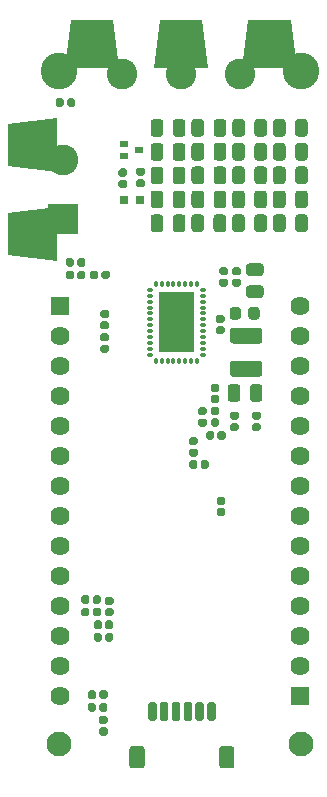
<source format=gts>
G04 #@! TF.GenerationSoftware,KiCad,Pcbnew,(5.1.6-0-10_14)*
G04 #@! TF.CreationDate,2021-05-07T03:20:06+02:00*
G04 #@! TF.ProjectId,ESCv1.1,45534376-312e-4312-9e6b-696361645f70,rev?*
G04 #@! TF.SameCoordinates,Original*
G04 #@! TF.FileFunction,Soldermask,Top*
G04 #@! TF.FilePolarity,Negative*
%FSLAX46Y46*%
G04 Gerber Fmt 4.6, Leading zero omitted, Abs format (unit mm)*
G04 Created by KiCad (PCBNEW (5.1.6-0-10_14)) date 2021-05-07 03:20:06*
%MOMM*%
%LPD*%
G01*
G04 APERTURE LIST*
%ADD10R,0.700000X0.800000*%
%ADD11C,2.600000*%
%ADD12R,1.624000X1.624000*%
%ADD13C,1.624000*%
%ADD14C,2.100000*%
%ADD15C,3.100000*%
%ADD16O,0.600000X0.300000*%
%ADD17O,0.300000X0.600000*%
%ADD18R,1.100000X1.350000*%
%ADD19C,0.700000*%
%ADD20R,2.600000X2.600000*%
%ADD21C,0.100000*%
%ADD22C,0.800000*%
%ADD23R,0.700000X0.600000*%
G04 APERTURE END LIST*
G04 #@! TO.C,R3*
G36*
G01*
X43907900Y-83212700D02*
X44302900Y-83212700D01*
G75*
G02*
X44475400Y-83385200I0J-172500D01*
G01*
X44475400Y-83730200D01*
G75*
G02*
X44302900Y-83902700I-172500J0D01*
G01*
X43907900Y-83902700D01*
G75*
G02*
X43735400Y-83730200I0J172500D01*
G01*
X43735400Y-83385200D01*
G75*
G02*
X43907900Y-83212700I172500J0D01*
G01*
G37*
G36*
G01*
X43907900Y-82242700D02*
X44302900Y-82242700D01*
G75*
G02*
X44475400Y-82415200I0J-172500D01*
G01*
X44475400Y-82760200D01*
G75*
G02*
X44302900Y-82932700I-172500J0D01*
G01*
X43907900Y-82932700D01*
G75*
G02*
X43735400Y-82760200I0J172500D01*
G01*
X43735400Y-82415200D01*
G75*
G02*
X43907900Y-82242700I172500J0D01*
G01*
G37*
G04 #@! TD*
G04 #@! TO.C,C34*
G36*
G01*
X56895400Y-32933950D02*
X56895400Y-31971450D01*
G75*
G02*
X57164150Y-31702700I268750J0D01*
G01*
X57701650Y-31702700D01*
G75*
G02*
X57970400Y-31971450I0J-268750D01*
G01*
X57970400Y-32933950D01*
G75*
G02*
X57701650Y-33202700I-268750J0D01*
G01*
X57164150Y-33202700D01*
G75*
G02*
X56895400Y-32933950I0J268750D01*
G01*
G37*
G36*
G01*
X55020400Y-32933950D02*
X55020400Y-31971450D01*
G75*
G02*
X55289150Y-31702700I268750J0D01*
G01*
X55826650Y-31702700D01*
G75*
G02*
X56095400Y-31971450I0J-268750D01*
G01*
X56095400Y-32933950D01*
G75*
G02*
X55826650Y-33202700I-268750J0D01*
G01*
X55289150Y-33202700D01*
G75*
G02*
X55020400Y-32933950I0J268750D01*
G01*
G37*
G04 #@! TD*
G04 #@! TO.C,C33*
G36*
G01*
X56885400Y-36953950D02*
X56885400Y-35991450D01*
G75*
G02*
X57154150Y-35722700I268750J0D01*
G01*
X57691650Y-35722700D01*
G75*
G02*
X57960400Y-35991450I0J-268750D01*
G01*
X57960400Y-36953950D01*
G75*
G02*
X57691650Y-37222700I-268750J0D01*
G01*
X57154150Y-37222700D01*
G75*
G02*
X56885400Y-36953950I0J268750D01*
G01*
G37*
G36*
G01*
X55010400Y-36953950D02*
X55010400Y-35991450D01*
G75*
G02*
X55279150Y-35722700I268750J0D01*
G01*
X55816650Y-35722700D01*
G75*
G02*
X56085400Y-35991450I0J-268750D01*
G01*
X56085400Y-36953950D01*
G75*
G02*
X55816650Y-37222700I-268750J0D01*
G01*
X55279150Y-37222700D01*
G75*
G02*
X55010400Y-36953950I0J268750D01*
G01*
G37*
G04 #@! TD*
G04 #@! TO.C,C32*
G36*
G01*
X56892900Y-34953950D02*
X56892900Y-33991450D01*
G75*
G02*
X57161650Y-33722700I268750J0D01*
G01*
X57699150Y-33722700D01*
G75*
G02*
X57967900Y-33991450I0J-268750D01*
G01*
X57967900Y-34953950D01*
G75*
G02*
X57699150Y-35222700I-268750J0D01*
G01*
X57161650Y-35222700D01*
G75*
G02*
X56892900Y-34953950I0J268750D01*
G01*
G37*
G36*
G01*
X55017900Y-34953950D02*
X55017900Y-33991450D01*
G75*
G02*
X55286650Y-33722700I268750J0D01*
G01*
X55824150Y-33722700D01*
G75*
G02*
X56092900Y-33991450I0J-268750D01*
G01*
X56092900Y-34953950D01*
G75*
G02*
X55824150Y-35222700I-268750J0D01*
G01*
X55286650Y-35222700D01*
G75*
G02*
X55017900Y-34953950I0J268750D01*
G01*
G37*
G04 #@! TD*
G04 #@! TO.C,C31*
G36*
G01*
X56885400Y-38993950D02*
X56885400Y-38031450D01*
G75*
G02*
X57154150Y-37762700I268750J0D01*
G01*
X57691650Y-37762700D01*
G75*
G02*
X57960400Y-38031450I0J-268750D01*
G01*
X57960400Y-38993950D01*
G75*
G02*
X57691650Y-39262700I-268750J0D01*
G01*
X57154150Y-39262700D01*
G75*
G02*
X56885400Y-38993950I0J268750D01*
G01*
G37*
G36*
G01*
X55010400Y-38993950D02*
X55010400Y-38031450D01*
G75*
G02*
X55279150Y-37762700I268750J0D01*
G01*
X55816650Y-37762700D01*
G75*
G02*
X56085400Y-38031450I0J-268750D01*
G01*
X56085400Y-38993950D01*
G75*
G02*
X55816650Y-39262700I-268750J0D01*
G01*
X55279150Y-39262700D01*
G75*
G02*
X55010400Y-38993950I0J268750D01*
G01*
G37*
G04 #@! TD*
G04 #@! TO.C,C30*
G36*
G01*
X52627900Y-40051450D02*
X52627900Y-41013950D01*
G75*
G02*
X52359150Y-41282700I-268750J0D01*
G01*
X51821650Y-41282700D01*
G75*
G02*
X51552900Y-41013950I0J268750D01*
G01*
X51552900Y-40051450D01*
G75*
G02*
X51821650Y-39782700I268750J0D01*
G01*
X52359150Y-39782700D01*
G75*
G02*
X52627900Y-40051450I0J-268750D01*
G01*
G37*
G36*
G01*
X54502900Y-40051450D02*
X54502900Y-41013950D01*
G75*
G02*
X54234150Y-41282700I-268750J0D01*
G01*
X53696650Y-41282700D01*
G75*
G02*
X53427900Y-41013950I0J268750D01*
G01*
X53427900Y-40051450D01*
G75*
G02*
X53696650Y-39782700I268750J0D01*
G01*
X54234150Y-39782700D01*
G75*
G02*
X54502900Y-40051450I0J-268750D01*
G01*
G37*
G04 #@! TD*
G04 #@! TO.C,C29*
G36*
G01*
X49975400Y-36963950D02*
X49975400Y-36001450D01*
G75*
G02*
X50244150Y-35732700I268750J0D01*
G01*
X50781650Y-35732700D01*
G75*
G02*
X51050400Y-36001450I0J-268750D01*
G01*
X51050400Y-36963950D01*
G75*
G02*
X50781650Y-37232700I-268750J0D01*
G01*
X50244150Y-37232700D01*
G75*
G02*
X49975400Y-36963950I0J268750D01*
G01*
G37*
G36*
G01*
X48100400Y-36963950D02*
X48100400Y-36001450D01*
G75*
G02*
X48369150Y-35732700I268750J0D01*
G01*
X48906650Y-35732700D01*
G75*
G02*
X49175400Y-36001450I0J-268750D01*
G01*
X49175400Y-36963950D01*
G75*
G02*
X48906650Y-37232700I-268750J0D01*
G01*
X48369150Y-37232700D01*
G75*
G02*
X48100400Y-36963950I0J268750D01*
G01*
G37*
G04 #@! TD*
G04 #@! TO.C,C28*
G36*
G01*
X56882900Y-41013950D02*
X56882900Y-40051450D01*
G75*
G02*
X57151650Y-39782700I268750J0D01*
G01*
X57689150Y-39782700D01*
G75*
G02*
X57957900Y-40051450I0J-268750D01*
G01*
X57957900Y-41013950D01*
G75*
G02*
X57689150Y-41282700I-268750J0D01*
G01*
X57151650Y-41282700D01*
G75*
G02*
X56882900Y-41013950I0J268750D01*
G01*
G37*
G36*
G01*
X55007900Y-41013950D02*
X55007900Y-40051450D01*
G75*
G02*
X55276650Y-39782700I268750J0D01*
G01*
X55814150Y-39782700D01*
G75*
G02*
X56082900Y-40051450I0J-268750D01*
G01*
X56082900Y-41013950D01*
G75*
G02*
X55814150Y-41282700I-268750J0D01*
G01*
X55276650Y-41282700D01*
G75*
G02*
X55007900Y-41013950I0J268750D01*
G01*
G37*
G04 #@! TD*
G04 #@! TO.C,C27*
G36*
G01*
X52635400Y-38031450D02*
X52635400Y-38993950D01*
G75*
G02*
X52366650Y-39262700I-268750J0D01*
G01*
X51829150Y-39262700D01*
G75*
G02*
X51560400Y-38993950I0J268750D01*
G01*
X51560400Y-38031450D01*
G75*
G02*
X51829150Y-37762700I268750J0D01*
G01*
X52366650Y-37762700D01*
G75*
G02*
X52635400Y-38031450I0J-268750D01*
G01*
G37*
G36*
G01*
X54510400Y-38031450D02*
X54510400Y-38993950D01*
G75*
G02*
X54241650Y-39262700I-268750J0D01*
G01*
X53704150Y-39262700D01*
G75*
G02*
X53435400Y-38993950I0J268750D01*
G01*
X53435400Y-38031450D01*
G75*
G02*
X53704150Y-37762700I268750J0D01*
G01*
X54241650Y-37762700D01*
G75*
G02*
X54510400Y-38031450I0J-268750D01*
G01*
G37*
G04 #@! TD*
G04 #@! TO.C,C26*
G36*
G01*
X49975400Y-41013950D02*
X49975400Y-40051450D01*
G75*
G02*
X50244150Y-39782700I268750J0D01*
G01*
X50781650Y-39782700D01*
G75*
G02*
X51050400Y-40051450I0J-268750D01*
G01*
X51050400Y-41013950D01*
G75*
G02*
X50781650Y-41282700I-268750J0D01*
G01*
X50244150Y-41282700D01*
G75*
G02*
X49975400Y-41013950I0J268750D01*
G01*
G37*
G36*
G01*
X48100400Y-41013950D02*
X48100400Y-40051450D01*
G75*
G02*
X48369150Y-39782700I268750J0D01*
G01*
X48906650Y-39782700D01*
G75*
G02*
X49175400Y-40051450I0J-268750D01*
G01*
X49175400Y-41013950D01*
G75*
G02*
X48906650Y-41282700I-268750J0D01*
G01*
X48369150Y-41282700D01*
G75*
G02*
X48100400Y-41013950I0J268750D01*
G01*
G37*
G04 #@! TD*
G04 #@! TO.C,C25*
G36*
G01*
X49975400Y-32933950D02*
X49975400Y-31971450D01*
G75*
G02*
X50244150Y-31702700I268750J0D01*
G01*
X50781650Y-31702700D01*
G75*
G02*
X51050400Y-31971450I0J-268750D01*
G01*
X51050400Y-32933950D01*
G75*
G02*
X50781650Y-33202700I-268750J0D01*
G01*
X50244150Y-33202700D01*
G75*
G02*
X49975400Y-32933950I0J268750D01*
G01*
G37*
G36*
G01*
X48100400Y-32933950D02*
X48100400Y-31971450D01*
G75*
G02*
X48369150Y-31702700I268750J0D01*
G01*
X48906650Y-31702700D01*
G75*
G02*
X49175400Y-31971450I0J-268750D01*
G01*
X49175400Y-32933950D01*
G75*
G02*
X48906650Y-33202700I-268750J0D01*
G01*
X48369150Y-33202700D01*
G75*
G02*
X48100400Y-32933950I0J268750D01*
G01*
G37*
G04 #@! TD*
G04 #@! TO.C,C24*
G36*
G01*
X52635400Y-35991450D02*
X52635400Y-36953950D01*
G75*
G02*
X52366650Y-37222700I-268750J0D01*
G01*
X51829150Y-37222700D01*
G75*
G02*
X51560400Y-36953950I0J268750D01*
G01*
X51560400Y-35991450D01*
G75*
G02*
X51829150Y-35722700I268750J0D01*
G01*
X52366650Y-35722700D01*
G75*
G02*
X52635400Y-35991450I0J-268750D01*
G01*
G37*
G36*
G01*
X54510400Y-35991450D02*
X54510400Y-36953950D01*
G75*
G02*
X54241650Y-37222700I-268750J0D01*
G01*
X53704150Y-37222700D01*
G75*
G02*
X53435400Y-36953950I0J268750D01*
G01*
X53435400Y-35991450D01*
G75*
G02*
X53704150Y-35722700I268750J0D01*
G01*
X54241650Y-35722700D01*
G75*
G02*
X54510400Y-35991450I0J-268750D01*
G01*
G37*
G04 #@! TD*
G04 #@! TO.C,C23*
G36*
G01*
X52637900Y-33991450D02*
X52637900Y-34953950D01*
G75*
G02*
X52369150Y-35222700I-268750J0D01*
G01*
X51831650Y-35222700D01*
G75*
G02*
X51562900Y-34953950I0J268750D01*
G01*
X51562900Y-33991450D01*
G75*
G02*
X51831650Y-33722700I268750J0D01*
G01*
X52369150Y-33722700D01*
G75*
G02*
X52637900Y-33991450I0J-268750D01*
G01*
G37*
G36*
G01*
X54512900Y-33991450D02*
X54512900Y-34953950D01*
G75*
G02*
X54244150Y-35222700I-268750J0D01*
G01*
X53706650Y-35222700D01*
G75*
G02*
X53437900Y-34953950I0J268750D01*
G01*
X53437900Y-33991450D01*
G75*
G02*
X53706650Y-33722700I268750J0D01*
G01*
X54244150Y-33722700D01*
G75*
G02*
X54512900Y-33991450I0J-268750D01*
G01*
G37*
G04 #@! TD*
G04 #@! TO.C,C22*
G36*
G01*
X49975400Y-34973950D02*
X49975400Y-34011450D01*
G75*
G02*
X50244150Y-33742700I268750J0D01*
G01*
X50781650Y-33742700D01*
G75*
G02*
X51050400Y-34011450I0J-268750D01*
G01*
X51050400Y-34973950D01*
G75*
G02*
X50781650Y-35242700I-268750J0D01*
G01*
X50244150Y-35242700D01*
G75*
G02*
X49975400Y-34973950I0J268750D01*
G01*
G37*
G36*
G01*
X48100400Y-34973950D02*
X48100400Y-34011450D01*
G75*
G02*
X48369150Y-33742700I268750J0D01*
G01*
X48906650Y-33742700D01*
G75*
G02*
X49175400Y-34011450I0J-268750D01*
G01*
X49175400Y-34973950D01*
G75*
G02*
X48906650Y-35242700I-268750J0D01*
G01*
X48369150Y-35242700D01*
G75*
G02*
X48100400Y-34973950I0J268750D01*
G01*
G37*
G04 #@! TD*
G04 #@! TO.C,C21*
G36*
G01*
X59535400Y-35991450D02*
X59535400Y-36953950D01*
G75*
G02*
X59266650Y-37222700I-268750J0D01*
G01*
X58729150Y-37222700D01*
G75*
G02*
X58460400Y-36953950I0J268750D01*
G01*
X58460400Y-35991450D01*
G75*
G02*
X58729150Y-35722700I268750J0D01*
G01*
X59266650Y-35722700D01*
G75*
G02*
X59535400Y-35991450I0J-268750D01*
G01*
G37*
G36*
G01*
X61410400Y-35991450D02*
X61410400Y-36953950D01*
G75*
G02*
X61141650Y-37222700I-268750J0D01*
G01*
X60604150Y-37222700D01*
G75*
G02*
X60335400Y-36953950I0J268750D01*
G01*
X60335400Y-35991450D01*
G75*
G02*
X60604150Y-35722700I268750J0D01*
G01*
X61141650Y-35722700D01*
G75*
G02*
X61410400Y-35991450I0J-268750D01*
G01*
G37*
G04 #@! TD*
G04 #@! TO.C,C20*
G36*
G01*
X52635400Y-31971450D02*
X52635400Y-32933950D01*
G75*
G02*
X52366650Y-33202700I-268750J0D01*
G01*
X51829150Y-33202700D01*
G75*
G02*
X51560400Y-32933950I0J268750D01*
G01*
X51560400Y-31971450D01*
G75*
G02*
X51829150Y-31702700I268750J0D01*
G01*
X52366650Y-31702700D01*
G75*
G02*
X52635400Y-31971450I0J-268750D01*
G01*
G37*
G36*
G01*
X54510400Y-31971450D02*
X54510400Y-32933950D01*
G75*
G02*
X54241650Y-33202700I-268750J0D01*
G01*
X53704150Y-33202700D01*
G75*
G02*
X53435400Y-32933950I0J268750D01*
G01*
X53435400Y-31971450D01*
G75*
G02*
X53704150Y-31702700I268750J0D01*
G01*
X54241650Y-31702700D01*
G75*
G02*
X54510400Y-31971450I0J-268750D01*
G01*
G37*
G04 #@! TD*
G04 #@! TO.C,C19*
G36*
G01*
X49975400Y-38993950D02*
X49975400Y-38031450D01*
G75*
G02*
X50244150Y-37762700I268750J0D01*
G01*
X50781650Y-37762700D01*
G75*
G02*
X51050400Y-38031450I0J-268750D01*
G01*
X51050400Y-38993950D01*
G75*
G02*
X50781650Y-39262700I-268750J0D01*
G01*
X50244150Y-39262700D01*
G75*
G02*
X49975400Y-38993950I0J268750D01*
G01*
G37*
G36*
G01*
X48100400Y-38993950D02*
X48100400Y-38031450D01*
G75*
G02*
X48369150Y-37762700I268750J0D01*
G01*
X48906650Y-37762700D01*
G75*
G02*
X49175400Y-38031450I0J-268750D01*
G01*
X49175400Y-38993950D01*
G75*
G02*
X48906650Y-39262700I-268750J0D01*
G01*
X48369150Y-39262700D01*
G75*
G02*
X48100400Y-38993950I0J268750D01*
G01*
G37*
G04 #@! TD*
G04 #@! TO.C,C18*
G36*
G01*
X59535400Y-33991450D02*
X59535400Y-34953950D01*
G75*
G02*
X59266650Y-35222700I-268750J0D01*
G01*
X58729150Y-35222700D01*
G75*
G02*
X58460400Y-34953950I0J268750D01*
G01*
X58460400Y-33991450D01*
G75*
G02*
X58729150Y-33722700I268750J0D01*
G01*
X59266650Y-33722700D01*
G75*
G02*
X59535400Y-33991450I0J-268750D01*
G01*
G37*
G36*
G01*
X61410400Y-33991450D02*
X61410400Y-34953950D01*
G75*
G02*
X61141650Y-35222700I-268750J0D01*
G01*
X60604150Y-35222700D01*
G75*
G02*
X60335400Y-34953950I0J268750D01*
G01*
X60335400Y-33991450D01*
G75*
G02*
X60604150Y-33722700I268750J0D01*
G01*
X61141650Y-33722700D01*
G75*
G02*
X61410400Y-33991450I0J-268750D01*
G01*
G37*
G04 #@! TD*
G04 #@! TO.C,C17*
G36*
G01*
X59535400Y-40051450D02*
X59535400Y-41013950D01*
G75*
G02*
X59266650Y-41282700I-268750J0D01*
G01*
X58729150Y-41282700D01*
G75*
G02*
X58460400Y-41013950I0J268750D01*
G01*
X58460400Y-40051450D01*
G75*
G02*
X58729150Y-39782700I268750J0D01*
G01*
X59266650Y-39782700D01*
G75*
G02*
X59535400Y-40051450I0J-268750D01*
G01*
G37*
G36*
G01*
X61410400Y-40051450D02*
X61410400Y-41013950D01*
G75*
G02*
X61141650Y-41282700I-268750J0D01*
G01*
X60604150Y-41282700D01*
G75*
G02*
X60335400Y-41013950I0J268750D01*
G01*
X60335400Y-40051450D01*
G75*
G02*
X60604150Y-39782700I268750J0D01*
G01*
X61141650Y-39782700D01*
G75*
G02*
X61410400Y-40051450I0J-268750D01*
G01*
G37*
G04 #@! TD*
G04 #@! TO.C,C16*
G36*
G01*
X59527900Y-31971450D02*
X59527900Y-32933950D01*
G75*
G02*
X59259150Y-33202700I-268750J0D01*
G01*
X58721650Y-33202700D01*
G75*
G02*
X58452900Y-32933950I0J268750D01*
G01*
X58452900Y-31971450D01*
G75*
G02*
X58721650Y-31702700I268750J0D01*
G01*
X59259150Y-31702700D01*
G75*
G02*
X59527900Y-31971450I0J-268750D01*
G01*
G37*
G36*
G01*
X61402900Y-31971450D02*
X61402900Y-32933950D01*
G75*
G02*
X61134150Y-33202700I-268750J0D01*
G01*
X60596650Y-33202700D01*
G75*
G02*
X60327900Y-32933950I0J268750D01*
G01*
X60327900Y-31971450D01*
G75*
G02*
X60596650Y-31702700I268750J0D01*
G01*
X61134150Y-31702700D01*
G75*
G02*
X61402900Y-31971450I0J-268750D01*
G01*
G37*
G04 #@! TD*
G04 #@! TO.C,C15*
G36*
G01*
X59535400Y-38031450D02*
X59535400Y-38993950D01*
G75*
G02*
X59266650Y-39262700I-268750J0D01*
G01*
X58729150Y-39262700D01*
G75*
G02*
X58460400Y-38993950I0J268750D01*
G01*
X58460400Y-38031450D01*
G75*
G02*
X58729150Y-37762700I268750J0D01*
G01*
X59266650Y-37762700D01*
G75*
G02*
X59535400Y-38031450I0J-268750D01*
G01*
G37*
G36*
G01*
X61410400Y-38031450D02*
X61410400Y-38993950D01*
G75*
G02*
X61141650Y-39262700I-268750J0D01*
G01*
X60604150Y-39262700D01*
G75*
G02*
X60335400Y-38993950I0J268750D01*
G01*
X60335400Y-38031450D01*
G75*
G02*
X60604150Y-37762700I268750J0D01*
G01*
X61141650Y-37762700D01*
G75*
G02*
X61410400Y-38031450I0J-268750D01*
G01*
G37*
G04 #@! TD*
D10*
G04 #@! TO.C,D4*
X47235400Y-38562700D03*
X45835400Y-38562700D03*
G04 #@! TD*
D11*
G04 #@! TO.C,J4_2*
X45665380Y-27889200D03*
X50665380Y-27889200D03*
X55665380Y-27889200D03*
G04 #@! TD*
D12*
G04 #@! TO.C,U2*
X60782200Y-80549400D03*
D13*
X60782200Y-78009400D03*
X60782200Y-75469400D03*
X60782200Y-72929400D03*
X60782200Y-70389400D03*
X60782200Y-67849400D03*
X60782200Y-65309400D03*
X60782200Y-62769400D03*
X60782200Y-60229400D03*
X60782200Y-57689400D03*
X60782200Y-55149400D03*
X60782200Y-52609400D03*
X60782200Y-50069400D03*
X60782200Y-47529400D03*
X40462200Y-80549400D03*
X40462200Y-78009400D03*
X40462200Y-75469400D03*
X40462200Y-72929400D03*
X40462200Y-70389400D03*
X40462200Y-67849400D03*
X40462200Y-65309400D03*
X40462200Y-62769400D03*
X40462200Y-60229400D03*
X40462200Y-57689400D03*
X40462200Y-55149400D03*
X40462200Y-52609400D03*
X40462200Y-50069400D03*
D14*
X60872200Y-84659400D03*
X40372200Y-84659400D03*
D15*
X60872200Y-27659400D03*
X40372200Y-27659400D03*
D12*
X40462200Y-47529400D03*
G04 #@! TD*
G04 #@! TO.C,J1*
G36*
G01*
X53905400Y-86416868D02*
X53905400Y-85058532D01*
G75*
G02*
X54176232Y-84787700I270832J0D01*
G01*
X54934568Y-84787700D01*
G75*
G02*
X55205400Y-85058532I0J-270832D01*
G01*
X55205400Y-86416868D01*
G75*
G02*
X54934568Y-86687700I-270832J0D01*
G01*
X54176232Y-86687700D01*
G75*
G02*
X53905400Y-86416868I0J270832D01*
G01*
G37*
G36*
G01*
X46305400Y-86416868D02*
X46305400Y-85058532D01*
G75*
G02*
X46576232Y-84787700I270832J0D01*
G01*
X47334568Y-84787700D01*
G75*
G02*
X47605400Y-85058532I0J-270832D01*
G01*
X47605400Y-86416868D01*
G75*
G02*
X47334568Y-86687700I-270832J0D01*
G01*
X46576232Y-86687700D01*
G75*
G02*
X46305400Y-86416868I0J270832D01*
G01*
G37*
G36*
G01*
X52905400Y-82512700D02*
X52905400Y-81212700D01*
G75*
G02*
X53080400Y-81037700I175000J0D01*
G01*
X53430400Y-81037700D01*
G75*
G02*
X53605400Y-81212700I0J-175000D01*
G01*
X53605400Y-82512700D01*
G75*
G02*
X53430400Y-82687700I-175000J0D01*
G01*
X53080400Y-82687700D01*
G75*
G02*
X52905400Y-82512700I0J175000D01*
G01*
G37*
G36*
G01*
X51905400Y-82512700D02*
X51905400Y-81212700D01*
G75*
G02*
X52080400Y-81037700I175000J0D01*
G01*
X52430400Y-81037700D01*
G75*
G02*
X52605400Y-81212700I0J-175000D01*
G01*
X52605400Y-82512700D01*
G75*
G02*
X52430400Y-82687700I-175000J0D01*
G01*
X52080400Y-82687700D01*
G75*
G02*
X51905400Y-82512700I0J175000D01*
G01*
G37*
G36*
G01*
X50905400Y-82512700D02*
X50905400Y-81212700D01*
G75*
G02*
X51080400Y-81037700I175000J0D01*
G01*
X51430400Y-81037700D01*
G75*
G02*
X51605400Y-81212700I0J-175000D01*
G01*
X51605400Y-82512700D01*
G75*
G02*
X51430400Y-82687700I-175000J0D01*
G01*
X51080400Y-82687700D01*
G75*
G02*
X50905400Y-82512700I0J175000D01*
G01*
G37*
G36*
G01*
X49905400Y-82512700D02*
X49905400Y-81212700D01*
G75*
G02*
X50080400Y-81037700I175000J0D01*
G01*
X50430400Y-81037700D01*
G75*
G02*
X50605400Y-81212700I0J-175000D01*
G01*
X50605400Y-82512700D01*
G75*
G02*
X50430400Y-82687700I-175000J0D01*
G01*
X50080400Y-82687700D01*
G75*
G02*
X49905400Y-82512700I0J175000D01*
G01*
G37*
G36*
G01*
X48905400Y-82512700D02*
X48905400Y-81212700D01*
G75*
G02*
X49080400Y-81037700I175000J0D01*
G01*
X49430400Y-81037700D01*
G75*
G02*
X49605400Y-81212700I0J-175000D01*
G01*
X49605400Y-82512700D01*
G75*
G02*
X49430400Y-82687700I-175000J0D01*
G01*
X49080400Y-82687700D01*
G75*
G02*
X48905400Y-82512700I0J175000D01*
G01*
G37*
G36*
G01*
X47905400Y-82512700D02*
X47905400Y-81212700D01*
G75*
G02*
X48080400Y-81037700I175000J0D01*
G01*
X48430400Y-81037700D01*
G75*
G02*
X48605400Y-81212700I0J-175000D01*
G01*
X48605400Y-82512700D01*
G75*
G02*
X48430400Y-82687700I-175000J0D01*
G01*
X48080400Y-82687700D01*
G75*
G02*
X47905400Y-82512700I0J175000D01*
G01*
G37*
G04 #@! TD*
G04 #@! TO.C,C10*
G36*
G01*
X57406650Y-46867700D02*
X56444150Y-46867700D01*
G75*
G02*
X56175400Y-46598950I0J268750D01*
G01*
X56175400Y-46061450D01*
G75*
G02*
X56444150Y-45792700I268750J0D01*
G01*
X57406650Y-45792700D01*
G75*
G02*
X57675400Y-46061450I0J-268750D01*
G01*
X57675400Y-46598950D01*
G75*
G02*
X57406650Y-46867700I-268750J0D01*
G01*
G37*
G36*
G01*
X57406650Y-44992700D02*
X56444150Y-44992700D01*
G75*
G02*
X56175400Y-44723950I0J268750D01*
G01*
X56175400Y-44186450D01*
G75*
G02*
X56444150Y-43917700I268750J0D01*
G01*
X57406650Y-43917700D01*
G75*
G02*
X57675400Y-44186450I0J-268750D01*
G01*
X57675400Y-44723950D01*
G75*
G02*
X57406650Y-44992700I-268750J0D01*
G01*
G37*
G04 #@! TD*
G04 #@! TO.C,R13*
G36*
G01*
X42231560Y-72597340D02*
X42231560Y-72202340D01*
G75*
G02*
X42404060Y-72029840I172500J0D01*
G01*
X42749060Y-72029840D01*
G75*
G02*
X42921560Y-72202340I0J-172500D01*
G01*
X42921560Y-72597340D01*
G75*
G02*
X42749060Y-72769840I-172500J0D01*
G01*
X42404060Y-72769840D01*
G75*
G02*
X42231560Y-72597340I0J172500D01*
G01*
G37*
G36*
G01*
X43201560Y-72597340D02*
X43201560Y-72202340D01*
G75*
G02*
X43374060Y-72029840I172500J0D01*
G01*
X43719060Y-72029840D01*
G75*
G02*
X43891560Y-72202340I0J-172500D01*
G01*
X43891560Y-72597340D01*
G75*
G02*
X43719060Y-72769840I-172500J0D01*
G01*
X43374060Y-72769840D01*
G75*
G02*
X43201560Y-72597340I0J172500D01*
G01*
G37*
G04 #@! TD*
G04 #@! TO.C,R14*
G36*
G01*
X53857900Y-63682700D02*
X54252900Y-63682700D01*
G75*
G02*
X54425400Y-63855200I0J-172500D01*
G01*
X54425400Y-64200200D01*
G75*
G02*
X54252900Y-64372700I-172500J0D01*
G01*
X53857900Y-64372700D01*
G75*
G02*
X53685400Y-64200200I0J172500D01*
G01*
X53685400Y-63855200D01*
G75*
G02*
X53857900Y-63682700I172500J0D01*
G01*
G37*
G36*
G01*
X53857900Y-64652700D02*
X54252900Y-64652700D01*
G75*
G02*
X54425400Y-64825200I0J-172500D01*
G01*
X54425400Y-65170200D01*
G75*
G02*
X54252900Y-65342700I-172500J0D01*
G01*
X53857900Y-65342700D01*
G75*
G02*
X53685400Y-65170200I0J172500D01*
G01*
X53685400Y-64825200D01*
G75*
G02*
X53857900Y-64652700I172500J0D01*
G01*
G37*
G04 #@! TD*
G04 #@! TO.C,R16*
G36*
G01*
X40932260Y-44039000D02*
X40932260Y-43644000D01*
G75*
G02*
X41104760Y-43471500I172500J0D01*
G01*
X41449760Y-43471500D01*
G75*
G02*
X41622260Y-43644000I0J-172500D01*
G01*
X41622260Y-44039000D01*
G75*
G02*
X41449760Y-44211500I-172500J0D01*
G01*
X41104760Y-44211500D01*
G75*
G02*
X40932260Y-44039000I0J172500D01*
G01*
G37*
G36*
G01*
X41902260Y-44039000D02*
X41902260Y-43644000D01*
G75*
G02*
X42074760Y-43471500I172500J0D01*
G01*
X42419760Y-43471500D01*
G75*
G02*
X42592260Y-43644000I0J-172500D01*
G01*
X42592260Y-44039000D01*
G75*
G02*
X42419760Y-44211500I-172500J0D01*
G01*
X42074760Y-44211500D01*
G75*
G02*
X41902260Y-44039000I0J172500D01*
G01*
G37*
G04 #@! TD*
D16*
G04 #@! TO.C,U1*
X52535560Y-51663280D03*
X52535560Y-51163280D03*
X52535560Y-50663280D03*
X52535560Y-50163280D03*
X52535560Y-49663280D03*
X52535560Y-49163280D03*
X52535560Y-48663280D03*
X52535560Y-48163280D03*
X52535560Y-47663280D03*
X52535560Y-47163280D03*
X52535560Y-46663280D03*
X52535560Y-46163280D03*
D17*
X52035560Y-45663280D03*
X51535560Y-45663280D03*
X51035560Y-45663280D03*
X50535560Y-45663280D03*
X50035560Y-45663280D03*
X49535560Y-45663280D03*
X49035560Y-45663280D03*
X48535560Y-45663280D03*
D16*
X48035560Y-46163280D03*
X48035560Y-46663280D03*
X48035560Y-47163280D03*
X48035560Y-47663280D03*
X48035560Y-48163280D03*
X48035560Y-48663280D03*
X48035560Y-49163280D03*
X48035560Y-49663280D03*
X48035560Y-50163280D03*
X48035560Y-50663280D03*
X48035560Y-51163280D03*
X48035560Y-51663280D03*
D17*
X48535560Y-52163280D03*
X49035560Y-52163280D03*
X49535560Y-52163280D03*
X50035560Y-52163280D03*
X50535560Y-52163280D03*
X51035560Y-52163280D03*
X51535560Y-52163280D03*
X52035560Y-52163280D03*
D18*
X51285560Y-50788280D03*
X51285560Y-49538280D03*
X51285560Y-48288280D03*
X51285560Y-47038280D03*
X50285560Y-50788280D03*
X50285560Y-49538280D03*
X50285560Y-48288280D03*
X50285560Y-47038280D03*
X49285560Y-50788280D03*
X49285560Y-49538280D03*
X49285560Y-48288280D03*
X49285560Y-47038280D03*
D19*
X51285560Y-50788280D03*
X51285560Y-49538280D03*
X51285560Y-48288280D03*
X51285560Y-47038280D03*
X50285560Y-50788280D03*
X50285560Y-49538280D03*
X50285560Y-48288280D03*
X50285560Y-47038280D03*
X49285560Y-50788280D03*
X49285560Y-49538280D03*
X49285560Y-48288280D03*
X49285560Y-47038280D03*
G04 #@! TD*
G04 #@! TO.C,L1*
G36*
G01*
X57296060Y-53523680D02*
X55086060Y-53523680D01*
G75*
G02*
X54816060Y-53253680I0J270000D01*
G01*
X54816060Y-52443680D01*
G75*
G02*
X55086060Y-52173680I270000J0D01*
G01*
X57296060Y-52173680D01*
G75*
G02*
X57566060Y-52443680I0J-270000D01*
G01*
X57566060Y-53253680D01*
G75*
G02*
X57296060Y-53523680I-270000J0D01*
G01*
G37*
G36*
G01*
X57296060Y-50723680D02*
X55086060Y-50723680D01*
G75*
G02*
X54816060Y-50453680I0J270000D01*
G01*
X54816060Y-49643680D01*
G75*
G02*
X55086060Y-49373680I270000J0D01*
G01*
X57296060Y-49373680D01*
G75*
G02*
X57566060Y-49643680I0J-270000D01*
G01*
X57566060Y-50453680D01*
G75*
G02*
X57296060Y-50723680I-270000J0D01*
G01*
G37*
G04 #@! TD*
G04 #@! TO.C,C3*
G36*
G01*
X57577160Y-54421830D02*
X57577160Y-55384330D01*
G75*
G02*
X57308410Y-55653080I-268750J0D01*
G01*
X56770910Y-55653080D01*
G75*
G02*
X56502160Y-55384330I0J268750D01*
G01*
X56502160Y-54421830D01*
G75*
G02*
X56770910Y-54153080I268750J0D01*
G01*
X57308410Y-54153080D01*
G75*
G02*
X57577160Y-54421830I0J-268750D01*
G01*
G37*
G36*
G01*
X55702160Y-54421830D02*
X55702160Y-55384330D01*
G75*
G02*
X55433410Y-55653080I-268750J0D01*
G01*
X54895910Y-55653080D01*
G75*
G02*
X54627160Y-55384330I0J268750D01*
G01*
X54627160Y-54421830D01*
G75*
G02*
X54895910Y-54153080I268750J0D01*
G01*
X55433410Y-54153080D01*
G75*
G02*
X55702160Y-54421830I0J-268750D01*
G01*
G37*
G04 #@! TD*
G04 #@! TO.C,C1*
G36*
G01*
X44027900Y-47862700D02*
X44422900Y-47862700D01*
G75*
G02*
X44595400Y-48035200I0J-172500D01*
G01*
X44595400Y-48380200D01*
G75*
G02*
X44422900Y-48552700I-172500J0D01*
G01*
X44027900Y-48552700D01*
G75*
G02*
X43855400Y-48380200I0J172500D01*
G01*
X43855400Y-48035200D01*
G75*
G02*
X44027900Y-47862700I172500J0D01*
G01*
G37*
G36*
G01*
X44027900Y-48832700D02*
X44422900Y-48832700D01*
G75*
G02*
X44595400Y-49005200I0J-172500D01*
G01*
X44595400Y-49350200D01*
G75*
G02*
X44422900Y-49522700I-172500J0D01*
G01*
X44027900Y-49522700D01*
G75*
G02*
X43855400Y-49350200I0J172500D01*
G01*
X43855400Y-49005200D01*
G75*
G02*
X44027900Y-48832700I172500J0D01*
G01*
G37*
G04 #@! TD*
G04 #@! TO.C,R7*
G36*
G01*
X45557900Y-35892700D02*
X45952900Y-35892700D01*
G75*
G02*
X46125400Y-36065200I0J-172500D01*
G01*
X46125400Y-36410200D01*
G75*
G02*
X45952900Y-36582700I-172500J0D01*
G01*
X45557900Y-36582700D01*
G75*
G02*
X45385400Y-36410200I0J172500D01*
G01*
X45385400Y-36065200D01*
G75*
G02*
X45557900Y-35892700I172500J0D01*
G01*
G37*
G36*
G01*
X45557900Y-36862700D02*
X45952900Y-36862700D01*
G75*
G02*
X46125400Y-37035200I0J-172500D01*
G01*
X46125400Y-37380200D01*
G75*
G02*
X45952900Y-37552700I-172500J0D01*
G01*
X45557900Y-37552700D01*
G75*
G02*
X45385400Y-37380200I0J172500D01*
G01*
X45385400Y-37035200D01*
G75*
G02*
X45557900Y-36862700I172500J0D01*
G01*
G37*
G04 #@! TD*
G04 #@! TO.C,R8*
G36*
G01*
X43894100Y-73253900D02*
X43894100Y-73648900D01*
G75*
G02*
X43721600Y-73821400I-172500J0D01*
G01*
X43376600Y-73821400D01*
G75*
G02*
X43204100Y-73648900I0J172500D01*
G01*
X43204100Y-73253900D01*
G75*
G02*
X43376600Y-73081400I172500J0D01*
G01*
X43721600Y-73081400D01*
G75*
G02*
X43894100Y-73253900I0J-172500D01*
G01*
G37*
G36*
G01*
X42924100Y-73253900D02*
X42924100Y-73648900D01*
G75*
G02*
X42751600Y-73821400I-172500J0D01*
G01*
X42406600Y-73821400D01*
G75*
G02*
X42234100Y-73648900I0J172500D01*
G01*
X42234100Y-73253900D01*
G75*
G02*
X42406600Y-73081400I172500J0D01*
G01*
X42751600Y-73081400D01*
G75*
G02*
X42924100Y-73253900I0J-172500D01*
G01*
G37*
G04 #@! TD*
G04 #@! TO.C,R9*
G36*
G01*
X47442900Y-37482700D02*
X47047900Y-37482700D01*
G75*
G02*
X46875400Y-37310200I0J172500D01*
G01*
X46875400Y-36965200D01*
G75*
G02*
X47047900Y-36792700I172500J0D01*
G01*
X47442900Y-36792700D01*
G75*
G02*
X47615400Y-36965200I0J-172500D01*
G01*
X47615400Y-37310200D01*
G75*
G02*
X47442900Y-37482700I-172500J0D01*
G01*
G37*
G36*
G01*
X47442900Y-36512700D02*
X47047900Y-36512700D01*
G75*
G02*
X46875400Y-36340200I0J172500D01*
G01*
X46875400Y-35995200D01*
G75*
G02*
X47047900Y-35822700I172500J0D01*
G01*
X47442900Y-35822700D01*
G75*
G02*
X47615400Y-35995200I0J-172500D01*
G01*
X47615400Y-36340200D01*
G75*
G02*
X47442900Y-36512700I-172500J0D01*
G01*
G37*
G04 #@! TD*
G04 #@! TO.C,R10*
G36*
G01*
X51921520Y-60296600D02*
X51526520Y-60296600D01*
G75*
G02*
X51354020Y-60124100I0J172500D01*
G01*
X51354020Y-59779100D01*
G75*
G02*
X51526520Y-59606600I172500J0D01*
G01*
X51921520Y-59606600D01*
G75*
G02*
X52094020Y-59779100I0J-172500D01*
G01*
X52094020Y-60124100D01*
G75*
G02*
X51921520Y-60296600I-172500J0D01*
G01*
G37*
G36*
G01*
X51921520Y-59326600D02*
X51526520Y-59326600D01*
G75*
G02*
X51354020Y-59154100I0J172500D01*
G01*
X51354020Y-58809100D01*
G75*
G02*
X51526520Y-58636600I172500J0D01*
G01*
X51921520Y-58636600D01*
G75*
G02*
X52094020Y-58809100I0J-172500D01*
G01*
X52094020Y-59154100D01*
G75*
G02*
X51921520Y-59326600I-172500J0D01*
G01*
G37*
G04 #@! TD*
G04 #@! TO.C,R11*
G36*
G01*
X52682900Y-57752700D02*
X52287900Y-57752700D01*
G75*
G02*
X52115400Y-57580200I0J172500D01*
G01*
X52115400Y-57235200D01*
G75*
G02*
X52287900Y-57062700I172500J0D01*
G01*
X52682900Y-57062700D01*
G75*
G02*
X52855400Y-57235200I0J-172500D01*
G01*
X52855400Y-57580200D01*
G75*
G02*
X52682900Y-57752700I-172500J0D01*
G01*
G37*
G36*
G01*
X52682900Y-56782700D02*
X52287900Y-56782700D01*
G75*
G02*
X52115400Y-56610200I0J172500D01*
G01*
X52115400Y-56265200D01*
G75*
G02*
X52287900Y-56092700I172500J0D01*
G01*
X52682900Y-56092700D01*
G75*
G02*
X52855400Y-56265200I0J-172500D01*
G01*
X52855400Y-56610200D01*
G75*
G02*
X52682900Y-56782700I-172500J0D01*
G01*
G37*
G04 #@! TD*
G04 #@! TO.C,R12*
G36*
G01*
X53752900Y-55772700D02*
X53357900Y-55772700D01*
G75*
G02*
X53185400Y-55600200I0J172500D01*
G01*
X53185400Y-55255200D01*
G75*
G02*
X53357900Y-55082700I172500J0D01*
G01*
X53752900Y-55082700D01*
G75*
G02*
X53925400Y-55255200I0J-172500D01*
G01*
X53925400Y-55600200D01*
G75*
G02*
X53752900Y-55772700I-172500J0D01*
G01*
G37*
G36*
G01*
X53752900Y-54802700D02*
X53357900Y-54802700D01*
G75*
G02*
X53185400Y-54630200I0J172500D01*
G01*
X53185400Y-54285200D01*
G75*
G02*
X53357900Y-54112700I172500J0D01*
G01*
X53752900Y-54112700D01*
G75*
G02*
X53925400Y-54285200I0J-172500D01*
G01*
X53925400Y-54630200D01*
G75*
G02*
X53752900Y-54802700I-172500J0D01*
G01*
G37*
G04 #@! TD*
G04 #@! TO.C,R1*
G36*
G01*
X55002960Y-56473380D02*
X55397960Y-56473380D01*
G75*
G02*
X55570460Y-56645880I0J-172500D01*
G01*
X55570460Y-56990880D01*
G75*
G02*
X55397960Y-57163380I-172500J0D01*
G01*
X55002960Y-57163380D01*
G75*
G02*
X54830460Y-56990880I0J172500D01*
G01*
X54830460Y-56645880D01*
G75*
G02*
X55002960Y-56473380I172500J0D01*
G01*
G37*
G36*
G01*
X55002960Y-57443380D02*
X55397960Y-57443380D01*
G75*
G02*
X55570460Y-57615880I0J-172500D01*
G01*
X55570460Y-57960880D01*
G75*
G02*
X55397960Y-58133380I-172500J0D01*
G01*
X55002960Y-58133380D01*
G75*
G02*
X54830460Y-57960880I0J172500D01*
G01*
X54830460Y-57615880D01*
G75*
G02*
X55002960Y-57443380I172500J0D01*
G01*
G37*
G04 #@! TD*
G04 #@! TO.C,C11*
G36*
G01*
X44412900Y-51502700D02*
X44017900Y-51502700D01*
G75*
G02*
X43845400Y-51330200I0J172500D01*
G01*
X43845400Y-50985200D01*
G75*
G02*
X44017900Y-50812700I172500J0D01*
G01*
X44412900Y-50812700D01*
G75*
G02*
X44585400Y-50985200I0J-172500D01*
G01*
X44585400Y-51330200D01*
G75*
G02*
X44412900Y-51502700I-172500J0D01*
G01*
G37*
G36*
G01*
X44412900Y-50532700D02*
X44017900Y-50532700D01*
G75*
G02*
X43845400Y-50360200I0J172500D01*
G01*
X43845400Y-50015200D01*
G75*
G02*
X44017900Y-49842700I172500J0D01*
G01*
X44412900Y-49842700D01*
G75*
G02*
X44585400Y-50015200I0J-172500D01*
G01*
X44585400Y-50360200D01*
G75*
G02*
X44412900Y-50532700I-172500J0D01*
G01*
G37*
G04 #@! TD*
G04 #@! TO.C,C13*
G36*
G01*
X52795400Y-58690200D02*
X52795400Y-58295200D01*
G75*
G02*
X52967900Y-58122700I172500J0D01*
G01*
X53312900Y-58122700D01*
G75*
G02*
X53485400Y-58295200I0J-172500D01*
G01*
X53485400Y-58690200D01*
G75*
G02*
X53312900Y-58862700I-172500J0D01*
G01*
X52967900Y-58862700D01*
G75*
G02*
X52795400Y-58690200I0J172500D01*
G01*
G37*
G36*
G01*
X53765400Y-58690200D02*
X53765400Y-58295200D01*
G75*
G02*
X53937900Y-58122700I172500J0D01*
G01*
X54282900Y-58122700D01*
G75*
G02*
X54455400Y-58295200I0J-172500D01*
G01*
X54455400Y-58690200D01*
G75*
G02*
X54282900Y-58862700I-172500J0D01*
G01*
X53937900Y-58862700D01*
G75*
G02*
X53765400Y-58690200I0J172500D01*
G01*
G37*
G04 #@! TD*
G04 #@! TO.C,C14*
G36*
G01*
X53357900Y-56082700D02*
X53752900Y-56082700D01*
G75*
G02*
X53925400Y-56255200I0J-172500D01*
G01*
X53925400Y-56600200D01*
G75*
G02*
X53752900Y-56772700I-172500J0D01*
G01*
X53357900Y-56772700D01*
G75*
G02*
X53185400Y-56600200I0J172500D01*
G01*
X53185400Y-56255200D01*
G75*
G02*
X53357900Y-56082700I172500J0D01*
G01*
G37*
G36*
G01*
X53357900Y-57052700D02*
X53752900Y-57052700D01*
G75*
G02*
X53925400Y-57225200I0J-172500D01*
G01*
X53925400Y-57570200D01*
G75*
G02*
X53752900Y-57742700I-172500J0D01*
G01*
X53357900Y-57742700D01*
G75*
G02*
X53185400Y-57570200I0J172500D01*
G01*
X53185400Y-57225200D01*
G75*
G02*
X53357900Y-57052700I172500J0D01*
G01*
G37*
G04 #@! TD*
G04 #@! TO.C,R15*
G36*
G01*
X42975400Y-45100200D02*
X42975400Y-44705200D01*
G75*
G02*
X43147900Y-44532700I172500J0D01*
G01*
X43492900Y-44532700D01*
G75*
G02*
X43665400Y-44705200I0J-172500D01*
G01*
X43665400Y-45100200D01*
G75*
G02*
X43492900Y-45272700I-172500J0D01*
G01*
X43147900Y-45272700D01*
G75*
G02*
X42975400Y-45100200I0J172500D01*
G01*
G37*
G36*
G01*
X43945400Y-45100200D02*
X43945400Y-44705200D01*
G75*
G02*
X44117900Y-44532700I172500J0D01*
G01*
X44462900Y-44532700D01*
G75*
G02*
X44635400Y-44705200I0J-172500D01*
G01*
X44635400Y-45100200D01*
G75*
G02*
X44462900Y-45272700I-172500J0D01*
G01*
X44117900Y-45272700D01*
G75*
G02*
X43945400Y-45100200I0J172500D01*
G01*
G37*
G04 #@! TD*
G04 #@! TO.C,C9*
G36*
G01*
X42589860Y-44723500D02*
X42589860Y-45118500D01*
G75*
G02*
X42417360Y-45291000I-172500J0D01*
G01*
X42072360Y-45291000D01*
G75*
G02*
X41899860Y-45118500I0J172500D01*
G01*
X41899860Y-44723500D01*
G75*
G02*
X42072360Y-44551000I172500J0D01*
G01*
X42417360Y-44551000D01*
G75*
G02*
X42589860Y-44723500I0J-172500D01*
G01*
G37*
G36*
G01*
X41619860Y-44723500D02*
X41619860Y-45118500D01*
G75*
G02*
X41447360Y-45291000I-172500J0D01*
G01*
X41102360Y-45291000D01*
G75*
G02*
X40929860Y-45118500I0J172500D01*
G01*
X40929860Y-44723500D01*
G75*
G02*
X41102360Y-44551000I172500J0D01*
G01*
X41447360Y-44551000D01*
G75*
G02*
X41619860Y-44723500I0J-172500D01*
G01*
G37*
G04 #@! TD*
D20*
G04 #@! TO.C,J3_2*
X40654200Y-40155980D03*
D11*
X40654200Y-35155980D03*
G04 #@! TD*
D21*
G04 #@! TO.C,J3_1*
G36*
X40164200Y-43732619D02*
G01*
X36064200Y-43220119D01*
X36064200Y-39631841D01*
X40164200Y-39119341D01*
X40164200Y-43732619D01*
G37*
D22*
X39114200Y-39915980D03*
X39114200Y-41415980D03*
X39114200Y-42915980D03*
X38114200Y-40165980D03*
X38114200Y-42665980D03*
X37114200Y-40415980D03*
X37114200Y-41415980D03*
X37114200Y-42415980D03*
D21*
G36*
X40164200Y-36227619D02*
G01*
X36064200Y-35715119D01*
X36064200Y-32126841D01*
X40164200Y-31614341D01*
X40164200Y-36227619D01*
G37*
D22*
X39114200Y-32410980D03*
X39114200Y-33910980D03*
X39114200Y-35410980D03*
X38114200Y-32660980D03*
X38114200Y-35160980D03*
X37114200Y-32910980D03*
X37114200Y-33910980D03*
X37114200Y-34910980D03*
G04 #@! TD*
D21*
G04 #@! TO.C,J4_1*
G36*
X40853041Y-27399200D02*
G01*
X41365541Y-23299200D01*
X44953819Y-23299200D01*
X45466319Y-27399200D01*
X40853041Y-27399200D01*
G37*
D22*
X44669680Y-26349200D03*
X43169680Y-26349200D03*
X41669680Y-26349200D03*
X44419680Y-25349200D03*
X41919680Y-25349200D03*
X44169680Y-24349200D03*
X43169680Y-24349200D03*
X42169680Y-24349200D03*
D21*
G36*
X48358041Y-27399200D02*
G01*
X48870541Y-23299200D01*
X52458819Y-23299200D01*
X52971319Y-27399200D01*
X48358041Y-27399200D01*
G37*
D22*
X52174680Y-26349200D03*
X50674680Y-26349200D03*
X49174680Y-26349200D03*
X51924680Y-25349200D03*
X49424680Y-25349200D03*
X51674680Y-24349200D03*
X50674680Y-24349200D03*
X49674680Y-24349200D03*
X59674680Y-26349200D03*
X58174680Y-26349200D03*
X56674680Y-26349200D03*
D21*
G36*
X55858041Y-27399200D02*
G01*
X56370541Y-23299200D01*
X59958819Y-23299200D01*
X60471319Y-27399200D01*
X55858041Y-27399200D01*
G37*
D22*
X59424680Y-25349200D03*
X56924680Y-25349200D03*
X59174680Y-24349200D03*
X58174680Y-24349200D03*
X57174680Y-24349200D03*
G04 #@! TD*
D23*
G04 #@! TO.C,Q1*
X45860400Y-33861000D03*
X45860400Y-34861000D03*
X47160400Y-34361000D03*
G04 #@! TD*
G04 #@! TO.C,C6*
G36*
G01*
X53796460Y-48284420D02*
X54191460Y-48284420D01*
G75*
G02*
X54363960Y-48456920I0J-172500D01*
G01*
X54363960Y-48801920D01*
G75*
G02*
X54191460Y-48974420I-172500J0D01*
G01*
X53796460Y-48974420D01*
G75*
G02*
X53623960Y-48801920I0J172500D01*
G01*
X53623960Y-48456920D01*
G75*
G02*
X53796460Y-48284420I172500J0D01*
G01*
G37*
G36*
G01*
X53796460Y-49254420D02*
X54191460Y-49254420D01*
G75*
G02*
X54363960Y-49426920I0J-172500D01*
G01*
X54363960Y-49771920D01*
G75*
G02*
X54191460Y-49944420I-172500J0D01*
G01*
X53796460Y-49944420D01*
G75*
G02*
X53623960Y-49771920I0J172500D01*
G01*
X53623960Y-49426920D01*
G75*
G02*
X53796460Y-49254420I172500J0D01*
G01*
G37*
G04 #@! TD*
G04 #@! TO.C,C7*
G36*
G01*
X54486100Y-45900740D02*
X54091100Y-45900740D01*
G75*
G02*
X53918600Y-45728240I0J172500D01*
G01*
X53918600Y-45383240D01*
G75*
G02*
X54091100Y-45210740I172500J0D01*
G01*
X54486100Y-45210740D01*
G75*
G02*
X54658600Y-45383240I0J-172500D01*
G01*
X54658600Y-45728240D01*
G75*
G02*
X54486100Y-45900740I-172500J0D01*
G01*
G37*
G36*
G01*
X54486100Y-44930740D02*
X54091100Y-44930740D01*
G75*
G02*
X53918600Y-44758240I0J172500D01*
G01*
X53918600Y-44413240D01*
G75*
G02*
X54091100Y-44240740I172500J0D01*
G01*
X54486100Y-44240740D01*
G75*
G02*
X54658600Y-44413240I0J-172500D01*
G01*
X54658600Y-44758240D01*
G75*
G02*
X54486100Y-44930740I-172500J0D01*
G01*
G37*
G04 #@! TD*
G04 #@! TO.C,C8*
G36*
G01*
X55573220Y-45900740D02*
X55178220Y-45900740D01*
G75*
G02*
X55005720Y-45728240I0J172500D01*
G01*
X55005720Y-45383240D01*
G75*
G02*
X55178220Y-45210740I172500J0D01*
G01*
X55573220Y-45210740D01*
G75*
G02*
X55745720Y-45383240I0J-172500D01*
G01*
X55745720Y-45728240D01*
G75*
G02*
X55573220Y-45900740I-172500J0D01*
G01*
G37*
G36*
G01*
X55573220Y-44930740D02*
X55178220Y-44930740D01*
G75*
G02*
X55005720Y-44758240I0J172500D01*
G01*
X55005720Y-44413240D01*
G75*
G02*
X55178220Y-44240740I172500J0D01*
G01*
X55573220Y-44240740D01*
G75*
G02*
X55745720Y-44413240I0J-172500D01*
G01*
X55745720Y-44758240D01*
G75*
G02*
X55573220Y-44930740I-172500J0D01*
G01*
G37*
G04 #@! TD*
G04 #@! TO.C,R6*
G36*
G01*
X44457400Y-80241360D02*
X44457400Y-80636360D01*
G75*
G02*
X44284900Y-80808860I-172500J0D01*
G01*
X43939900Y-80808860D01*
G75*
G02*
X43767400Y-80636360I0J172500D01*
G01*
X43767400Y-80241360D01*
G75*
G02*
X43939900Y-80068860I172500J0D01*
G01*
X44284900Y-80068860D01*
G75*
G02*
X44457400Y-80241360I0J-172500D01*
G01*
G37*
G36*
G01*
X43487400Y-80241360D02*
X43487400Y-80636360D01*
G75*
G02*
X43314900Y-80808860I-172500J0D01*
G01*
X42969900Y-80808860D01*
G75*
G02*
X42797400Y-80636360I0J172500D01*
G01*
X42797400Y-80241360D01*
G75*
G02*
X42969900Y-80068860I172500J0D01*
G01*
X43314900Y-80068860D01*
G75*
G02*
X43487400Y-80241360I0J-172500D01*
G01*
G37*
G04 #@! TD*
G04 #@! TO.C,C5*
G36*
G01*
X57341700Y-47878130D02*
X57341700Y-48440630D01*
G75*
G02*
X57097950Y-48684380I-243750J0D01*
G01*
X56610450Y-48684380D01*
G75*
G02*
X56366700Y-48440630I0J243750D01*
G01*
X56366700Y-47878130D01*
G75*
G02*
X56610450Y-47634380I243750J0D01*
G01*
X57097950Y-47634380D01*
G75*
G02*
X57341700Y-47878130I0J-243750D01*
G01*
G37*
G36*
G01*
X55766700Y-47878130D02*
X55766700Y-48440630D01*
G75*
G02*
X55522950Y-48684380I-243750J0D01*
G01*
X55035450Y-48684380D01*
G75*
G02*
X54791700Y-48440630I0J243750D01*
G01*
X54791700Y-47878130D01*
G75*
G02*
X55035450Y-47634380I243750J0D01*
G01*
X55522950Y-47634380D01*
G75*
G02*
X55766700Y-47878130I0J-243750D01*
G01*
G37*
G04 #@! TD*
G04 #@! TO.C,C12*
G36*
G01*
X51363920Y-61150000D02*
X51363920Y-60755000D01*
G75*
G02*
X51536420Y-60582500I172500J0D01*
G01*
X51881420Y-60582500D01*
G75*
G02*
X52053920Y-60755000I0J-172500D01*
G01*
X52053920Y-61150000D01*
G75*
G02*
X51881420Y-61322500I-172500J0D01*
G01*
X51536420Y-61322500D01*
G75*
G02*
X51363920Y-61150000I0J172500D01*
G01*
G37*
G36*
G01*
X52333920Y-61150000D02*
X52333920Y-60755000D01*
G75*
G02*
X52506420Y-60582500I172500J0D01*
G01*
X52851420Y-60582500D01*
G75*
G02*
X53023920Y-60755000I0J-172500D01*
G01*
X53023920Y-61150000D01*
G75*
G02*
X52851420Y-61322500I-172500J0D01*
G01*
X52506420Y-61322500D01*
G75*
G02*
X52333920Y-61150000I0J172500D01*
G01*
G37*
G04 #@! TD*
G04 #@! TO.C,D2*
G36*
G01*
X41720400Y-30125200D02*
X41720400Y-30520200D01*
G75*
G02*
X41547900Y-30692700I-172500J0D01*
G01*
X41202900Y-30692700D01*
G75*
G02*
X41030400Y-30520200I0J172500D01*
G01*
X41030400Y-30125200D01*
G75*
G02*
X41202900Y-29952700I172500J0D01*
G01*
X41547900Y-29952700D01*
G75*
G02*
X41720400Y-30125200I0J-172500D01*
G01*
G37*
G36*
G01*
X40750400Y-30125200D02*
X40750400Y-30520200D01*
G75*
G02*
X40577900Y-30692700I-172500J0D01*
G01*
X40232900Y-30692700D01*
G75*
G02*
X40060400Y-30520200I0J172500D01*
G01*
X40060400Y-30125200D01*
G75*
G02*
X40232900Y-29952700I172500J0D01*
G01*
X40577900Y-29952700D01*
G75*
G02*
X40750400Y-30125200I0J-172500D01*
G01*
G37*
G04 #@! TD*
G04 #@! TO.C,D3*
G36*
G01*
X57264860Y-58133380D02*
X56869860Y-58133380D01*
G75*
G02*
X56697360Y-57960880I0J172500D01*
G01*
X56697360Y-57615880D01*
G75*
G02*
X56869860Y-57443380I172500J0D01*
G01*
X57264860Y-57443380D01*
G75*
G02*
X57437360Y-57615880I0J-172500D01*
G01*
X57437360Y-57960880D01*
G75*
G02*
X57264860Y-58133380I-172500J0D01*
G01*
G37*
G36*
G01*
X57264860Y-57163380D02*
X56869860Y-57163380D01*
G75*
G02*
X56697360Y-56990880I0J172500D01*
G01*
X56697360Y-56645880D01*
G75*
G02*
X56869860Y-56473380I172500J0D01*
G01*
X57264860Y-56473380D01*
G75*
G02*
X57437360Y-56645880I0J-172500D01*
G01*
X57437360Y-56990880D01*
G75*
G02*
X57264860Y-57163380I-172500J0D01*
G01*
G37*
G04 #@! TD*
G04 #@! TO.C,D5*
G36*
G01*
X44398000Y-72150700D02*
X44793000Y-72150700D01*
G75*
G02*
X44965500Y-72323200I0J-172500D01*
G01*
X44965500Y-72668200D01*
G75*
G02*
X44793000Y-72840700I-172500J0D01*
G01*
X44398000Y-72840700D01*
G75*
G02*
X44225500Y-72668200I0J172500D01*
G01*
X44225500Y-72323200D01*
G75*
G02*
X44398000Y-72150700I172500J0D01*
G01*
G37*
G36*
G01*
X44398000Y-73120700D02*
X44793000Y-73120700D01*
G75*
G02*
X44965500Y-73293200I0J-172500D01*
G01*
X44965500Y-73638200D01*
G75*
G02*
X44793000Y-73810700I-172500J0D01*
G01*
X44398000Y-73810700D01*
G75*
G02*
X44225500Y-73638200I0J172500D01*
G01*
X44225500Y-73293200D01*
G75*
G02*
X44398000Y-73120700I172500J0D01*
G01*
G37*
G04 #@! TD*
G04 #@! TO.C,C2*
G36*
G01*
X43287980Y-75776620D02*
X43287980Y-75381620D01*
G75*
G02*
X43460480Y-75209120I172500J0D01*
G01*
X43805480Y-75209120D01*
G75*
G02*
X43977980Y-75381620I0J-172500D01*
G01*
X43977980Y-75776620D01*
G75*
G02*
X43805480Y-75949120I-172500J0D01*
G01*
X43460480Y-75949120D01*
G75*
G02*
X43287980Y-75776620I0J172500D01*
G01*
G37*
G36*
G01*
X44257980Y-75776620D02*
X44257980Y-75381620D01*
G75*
G02*
X44430480Y-75209120I172500J0D01*
G01*
X44775480Y-75209120D01*
G75*
G02*
X44947980Y-75381620I0J-172500D01*
G01*
X44947980Y-75776620D01*
G75*
G02*
X44775480Y-75949120I-172500J0D01*
G01*
X44430480Y-75949120D01*
G75*
G02*
X44257980Y-75776620I0J172500D01*
G01*
G37*
G04 #@! TD*
G04 #@! TO.C,D1*
G36*
G01*
X42784700Y-81718400D02*
X42784700Y-81323400D01*
G75*
G02*
X42957200Y-81150900I172500J0D01*
G01*
X43302200Y-81150900D01*
G75*
G02*
X43474700Y-81323400I0J-172500D01*
G01*
X43474700Y-81718400D01*
G75*
G02*
X43302200Y-81890900I-172500J0D01*
G01*
X42957200Y-81890900D01*
G75*
G02*
X42784700Y-81718400I0J172500D01*
G01*
G37*
G36*
G01*
X43754700Y-81718400D02*
X43754700Y-81323400D01*
G75*
G02*
X43927200Y-81150900I172500J0D01*
G01*
X44272200Y-81150900D01*
G75*
G02*
X44444700Y-81323400I0J-172500D01*
G01*
X44444700Y-81718400D01*
G75*
G02*
X44272200Y-81890900I-172500J0D01*
G01*
X43927200Y-81890900D01*
G75*
G02*
X43754700Y-81718400I0J172500D01*
G01*
G37*
G04 #@! TD*
G04 #@! TO.C,R2*
G36*
G01*
X43287980Y-74730140D02*
X43287980Y-74335140D01*
G75*
G02*
X43460480Y-74162640I172500J0D01*
G01*
X43805480Y-74162640D01*
G75*
G02*
X43977980Y-74335140I0J-172500D01*
G01*
X43977980Y-74730140D01*
G75*
G02*
X43805480Y-74902640I-172500J0D01*
G01*
X43460480Y-74902640D01*
G75*
G02*
X43287980Y-74730140I0J172500D01*
G01*
G37*
G36*
G01*
X44257980Y-74730140D02*
X44257980Y-74335140D01*
G75*
G02*
X44430480Y-74162640I172500J0D01*
G01*
X44775480Y-74162640D01*
G75*
G02*
X44947980Y-74335140I0J-172500D01*
G01*
X44947980Y-74730140D01*
G75*
G02*
X44775480Y-74902640I-172500J0D01*
G01*
X44430480Y-74902640D01*
G75*
G02*
X44257980Y-74730140I0J172500D01*
G01*
G37*
G04 #@! TD*
M02*

</source>
